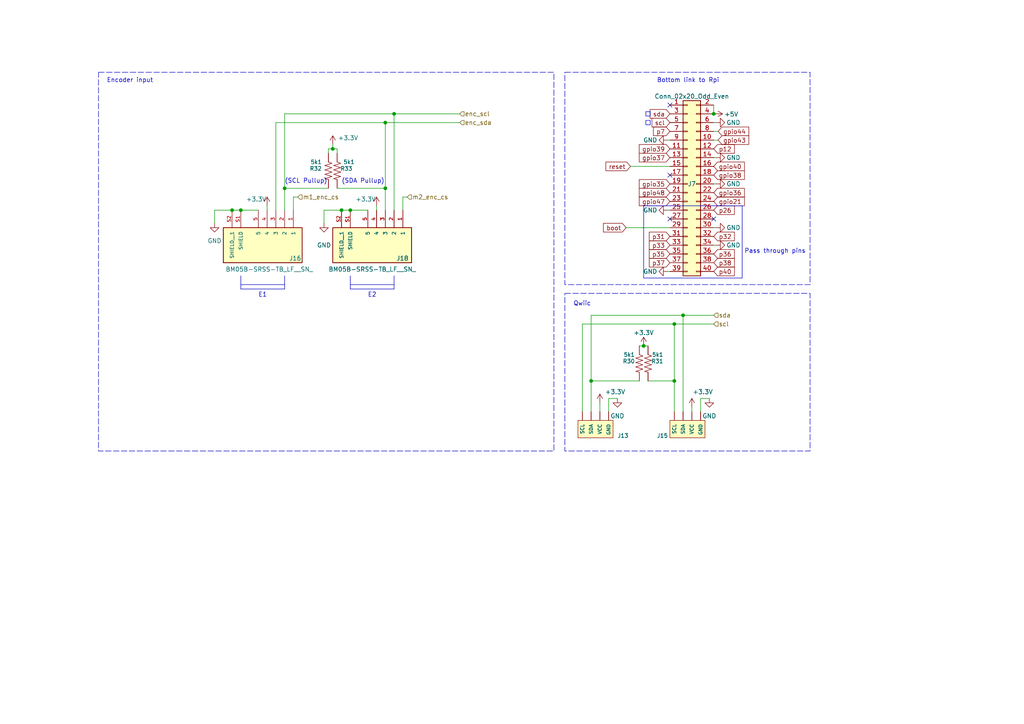
<source format=kicad_sch>
(kicad_sch (version 20231120) (generator "eeschema") (generator_version "8.0")
  (paper "A4")
  (lib_symbols
    (symbol "BM05B-SRSS-TB_LF__SN_:BM05B-SRSS-TB_LF__SN_" (pin_names (offset 1.016))
      (property "Reference" "J" (at -5.08 10.922 0))
      (property "Value" "BM05B-SRSS-TB_LF__SN_" (at -5.08 -15.24 0))
      (symbol "BM05B-SRSS-TB_LF__SN__0_0"
        (rectangle (start -5.08 -12.7) (end 5.08 10.16) (stroke (width 0.254)) (fill (type background)))
        (pin passive line (at -10.16 7.62 0) (length 5.08) (name "1") (number "1"))
        (pin passive line (at -10.16 5.08 0) (length 5.08) (name "2") (number "2"))
        (pin passive line (at -10.16 2.54 0) (length 5.08) (name "3") (number "3"))
        (pin passive line (at -10.16 0 0) (length 5.08) (name "4") (number "4"))
        (pin passive line (at -10.16 -2.54 0) (length 5.08) (name "5") (number "5"))
        (pin passive line (at -10.16 -7.62 0) (length 5.08) (name "SHIELD") (number "S1"))
        (pin passive line (at -10.16 -10.16 0) (length 5.08) (name "SHIELD__1") (number "S2"))
      )
    )
    (symbol "Connector_Generic:Conn_02x20_Odd_Even" (pin_names (offset 1.016) hide)
      (property "Reference" "J" (at 1.27 25.4 0))
      (property "Value" "Conn_02x20_Odd_Even" (at 1.27 -27.94 0))
      (symbol "Conn_02x20_Odd_Even_1_1"
        (rectangle (start -1.27 -25.273) (end 0 -25.527) (stroke (width 0.1524)))
        (rectangle (start -1.27 -22.733) (end 0 -22.987) (stroke (width 0.1524)))
        (rectangle (start -1.27 -20.193) (end 0 -20.447) (stroke (width 0.1524)))
        (rectangle (start -1.27 -17.653) (end 0 -17.907) (stroke (width 0.1524)))
        (rectangle (start -1.27 -15.113) (end 0 -15.367) (stroke (width 0.1524)))
        (rectangle (start -1.27 -12.573) (end 0 -12.827) (stroke (width 0.1524)))
        (rectangle (start -1.27 -10.033) (end 0 -10.287) (stroke (width 0.1524)))
        (rectangle (start -1.27 -7.493) (end 0 -7.747) (stroke (width 0.1524)))
        (rectangle (start -1.27 -4.953) (end 0 -5.207) (stroke (width 0.1524)))
        (rectangle (start -1.27 -2.413) (end 0 -2.667) (stroke (width 0.1524)))
        (rectangle (start -1.27 0.127) (end 0 -0.127) (stroke (width 0.1524)))
        (rectangle (start -1.27 2.667) (end 0 2.413) (stroke (width 0.1524)))
        (rectangle (start -1.27 5.207) (end 0 4.953) (stroke (width 0.1524)))
        (rectangle (start -1.27 7.747) (end 0 7.493) (stroke (width 0.1524)))
        (rectangle (start -1.27 10.287) (end 0 10.033) (stroke (width 0.1524)))
        (rectangle (start -1.27 12.827) (end 0 12.573) (stroke (width 0.1524)))
        (rectangle (start -1.27 15.367) (end 0 15.113) (stroke (width 0.1524)))
        (rectangle (start -1.27 17.907) (end 0 17.653) (stroke (width 0.1524)))
        (rectangle (start -1.27 20.447) (end 0 20.193) (stroke (width 0.1524)))
        (rectangle (start -1.27 22.987) (end 0 22.733) (stroke (width 0.1524)))
        (rectangle (start -1.27 24.13) (end 3.81 -26.67) (stroke (width 0.254)) (fill (type background)))
        (rectangle (start 3.81 -25.273) (end 2.54 -25.527) (stroke (width 0.1524)))
        (rectangle (start 3.81 -22.733) (end 2.54 -22.987) (stroke (width 0.1524)))
        (rectangle (start 3.81 -20.193) (end 2.54 -20.447) (stroke (width 0.1524)))
        (rectangle (start 3.81 -17.653) (end 2.54 -17.907) (stroke (width 0.1524)))
        (rectangle (start 3.81 -15.113) (end 2.54 -15.367) (stroke (width 0.1524)))
        (rectangle (start 3.81 -12.573) (end 2.54 -12.827) (stroke (width 0.1524)))
        (rectangle (start 3.81 -10.033) (end 2.54 -10.287) (stroke (width 0.1524)))
        (rectangle (start 3.81 -7.493) (end 2.54 -7.747) (stroke (width 0.1524)))
        (rectangle (start 3.81 -4.953) (end 2.54 -5.207) (stroke (width 0.1524)))
        (rectangle (start 3.81 -2.413) (end 2.54 -2.667) (stroke (width 0.1524)))
        (rectangle (start 3.81 0.127) (end 2.54 -0.127) (stroke (width 0.1524)))
        (rectangle (start 3.81 2.667) (end 2.54 2.413) (stroke (width 0.1524)))
        (rectangle (start 3.81 5.207) (end 2.54 4.953) (stroke (width 0.1524)))
        (rectangle (start 3.81 7.747) (end 2.54 7.493) (stroke (width 0.1524)))
        (rectangle (start 3.81 10.287) (end 2.54 10.033) (stroke (width 0.1524)))
        (rectangle (start 3.81 12.827) (end 2.54 12.573) (stroke (width 0.1524)))
        (rectangle (start 3.81 15.367) (end 2.54 15.113) (stroke (width 0.1524)))
        (rectangle (start 3.81 17.907) (end 2.54 17.653) (stroke (width 0.1524)))
        (rectangle (start 3.81 20.447) (end 2.54 20.193) (stroke (width 0.1524)))
        (rectangle (start 3.81 22.987) (end 2.54 22.733) (stroke (width 0.1524)))
        (pin passive line (at -5.08 22.86 0) (length 3.81) (name "Pin_1") (number "1"))
        (pin passive line (at 7.62 12.7 180) (length 3.81) (name "Pin_10") (number "10"))
        (pin passive line (at -5.08 10.16 0) (length 3.81) (name "Pin_11") (number "11"))
        (pin passive line (at 7.62 10.16 180) (length 3.81) (name "Pin_12") (number "12"))
        (pin passive line (at -5.08 7.62 0) (length 3.81) (name "Pin_13") (number "13"))
        (pin passive line (at 7.62 7.62 180) (length 3.81) (name "Pin_14") (number "14"))
        (pin passive line (at -5.08 5.08 0) (length 3.81) (name "Pin_15") (number "15"))
        (pin passive line (at 7.62 5.08 180) (length 3.81) (name "Pin_16") (number "16"))
        (pin passive line (at -5.08 2.54 0) (length 3.81) (name "Pin_17") (number "17"))
        (pin passive line (at 7.62 2.54 180) (length 3.81) (name "Pin_18") (number "18"))
        (pin passive line (at -5.08 0 0) (length 3.81) (name "Pin_19") (number "19"))
        (pin passive line (at 7.62 22.86 180) (length 3.81) (name "Pin_2") (number "2"))
        (pin passive line (at 7.62 0 180) (length 3.81) (name "Pin_20") (number "20"))
        (pin passive line (at -5.08 -2.54 0) (length 3.81) (name "Pin_21") (number "21"))
        (pin passive line (at 7.62 -2.54 180) (length 3.81) (name "Pin_22") (number "22"))
        (pin passive line (at -5.08 -5.08 0) (length 3.81) (name "Pin_23") (number "23"))
        (pin passive line (at 7.62 -5.08 180) (length 3.81) (name "Pin_24") (number "24"))
        (pin passive line (at -5.08 -7.62 0) (length 3.81) (name "Pin_25") (number "25"))
        (pin passive line (at 7.62 -7.62 180) (length 3.81) (name "Pin_26") (number "26"))
        (pin passive line (at -5.08 -10.16 0) (length 3.81) (name "Pin_27") (number "27"))
        (pin passive line (at 7.62 -10.16 180) (length 3.81) (name "Pin_28") (number "28"))
        (pin passive line (at -5.08 -12.7 0) (length 3.81) (name "Pin_29") (number "29"))
        (pin passive line (at -5.08 20.32 0) (length 3.81) (name "Pin_3") (number "3"))
        (pin passive line (at 7.62 -12.7 180) (length 3.81) (name "Pin_30") (number "30"))
        (pin passive line (at -5.08 -15.24 0) (length 3.81) (name "Pin_31") (number "31"))
        (pin passive line (at 7.62 -15.24 180) (length 3.81) (name "Pin_32") (number "32"))
        (pin passive line (at -5.08 -17.78 0) (length 3.81) (name "Pin_33") (number "33"))
        (pin passive line (at 7.62 -17.78 180) (length 3.81) (name "Pin_34") (number "34"))
        (pin passive line (at -5.08 -20.32 0) (length 3.81) (name "Pin_35") (number "35"))
        (pin passive line (at 7.62 -20.32 180) (length 3.81) (name "Pin_36") (number "36"))
        (pin passive line (at -5.08 -22.86 0) (length 3.81) (name "Pin_37") (number "37"))
        (pin passive line (at 7.62 -22.86 180) (length 3.81) (name "Pin_38") (number "38"))
        (pin passive line (at -5.08 -25.4 0) (length 3.81) (name "Pin_39") (number "39"))
        (pin passive line (at 7.62 20.32 180) (length 3.81) (name "Pin_4") (number "4"))
        (pin passive line (at 7.62 -25.4 180) (length 3.81) (name "Pin_40") (number "40"))
        (pin passive line (at -5.08 17.78 0) (length 3.81) (name "Pin_5") (number "5"))
        (pin passive line (at 7.62 17.78 180) (length 3.81) (name "Pin_6") (number "6"))
        (pin passive line (at -5.08 15.24 0) (length 3.81) (name "Pin_7") (number "7"))
        (pin passive line (at 7.62 15.24 180) (length 3.81) (name "Pin_8") (number "8"))
        (pin passive line (at -5.08 12.7 0) (length 3.81) (name "Pin_9") (number "9"))
      )
    )
    (symbol "power:+3.3V" (power) (pin_names (offset 0))
      (property "Value" "+3.3V" (at 0 3.556 0))
      (symbol "+3.3V_0_1"
        (polyline (pts (xy -0.762 1.27) (xy 0 2.54)))
        (polyline (pts (xy 0 0) (xy 0 2.54)))
        (polyline (pts (xy 0 2.54) (xy 0.762 1.27)))
      )
      (symbol "+3.3V_1_1"
        (pin power_in line (at 0 0 90) (length 0) hide (name "+3.3V") (number "1"))
      )
    )
    (symbol "power:+5V" (power) (pin_names (offset 0))
      (property "Value" "+5V" (at 0 3.556 0))
      (symbol "+5V_0_1"
        (polyline (pts (xy -0.762 1.27) (xy 0 2.54)))
        (polyline (pts (xy 0 0) (xy 0 2.54)))
        (polyline (pts (xy 0 2.54) (xy 0.762 1.27)))
      )
      (symbol "+5V_1_1"
        (pin power_in line (at 0 0 90) (length 0) hide (name "+5V") (number "1"))
      )
    )
    (symbol "power:GND" (power) (pin_names (offset 0))
      (property "Value" "GND" (at 0 -3.81 0))
      (symbol "GND_0_1"
        (polyline (pts (xy 0 0) (xy 0 -1.27) (xy 1.27 -1.27) (xy 0 -2.54) (xy -1.27 -1.27) (xy 0 -1.27)))
      )
      (symbol "GND_1_1"
        (pin power_in line (at 0 0 270) (length 0) hide (name "GND") (number "1"))
      )
    )
    (symbol "sparkfun_connectors:I2C_STANDARDQWIIC" (pin_numbers hide) (pin_names (offset 1.016))
      (property "Reference" "J" (at -5.08 10.16 0))
      (property "Value" "I2C_STANDARDQWIIC" (at -5.08 -3.81 0))
      (property "Field4" "CONN-13729" (at 0 13.97 0))
      (symbol "I2C_STANDARDQWIIC_1_0"
        (rectangle (start 0 -1.27) (end -5.08 8.89) (fill (type background)))
      )
      (symbol "I2C_STANDARDQWIIC_1_1"
        (pin power_in line (at 2.54 0 180) (length 2.54) (name "GND") (number "1"))
        (pin power_in line (at 2.54 2.54 180) (length 2.54) (name "VCC") (number "2"))
        (pin passive line (at 2.54 5.08 180) (length 2.54) (name "SDA") (number "3"))
        (pin passive line (at 2.54 7.62 180) (length 2.54) (name "SCL") (number "4"))
      )
    )
    (symbol "sparkfun_resistors:RESISTOR0603" (pin_numbers hide) (pin_names (offset 1.016) hide)
      (property "Reference" "R" (at -5.08 1.27 0))
      (property "Value" "RESISTOR0603" (at -5.08 -3.81 0))
      (property "Field4" " " (at 0 5.08 0))
      (symbol "RESISTOR0603_1_0"
        (polyline (pts (xy -2.54 0) (xy -2.159 1.016)))
        (polyline (pts (xy -2.159 1.016) (xy -1.524 -1.016)))
        (polyline (pts (xy -1.524 -1.016) (xy -0.889 1.016)))
        (polyline (pts (xy -0.889 1.016) (xy -0.254 -1.016)))
        (polyline (pts (xy -0.254 -1.016) (xy 0.381 1.016)))
        (polyline (pts (xy 0.381 1.016) (xy 1.016 -1.016)))
        (polyline (pts (xy 1.016 -1.016) (xy 1.651 1.016)))
        (polyline (pts (xy 1.651 1.016) (xy 2.286 -1.016)))
        (polyline (pts (xy 2.286 -1.016) (xy 2.54 0)))
      )
      (symbol "RESISTOR0603_1_1"
        (pin passive line (at -5.08 0 0) (length 2.54) (name "1") (number "1"))
        (pin passive line (at 5.08 0 180) (length 2.54) (name "2") (number "2"))
      )
    )
  )
  (junction (at 195.58 93.98))
  (junction (at 101.6 60.96))
  (junction (at 82.55 54.61))
  (junction (at 111.76 54.61))
  (junction (at 195.58 110.49))
  (junction (at 186.69 100.33))
  (junction (at 111.76 35.56))
  (junction (at 67.31 60.96))
  (junction (at 198.12 91.44))
  (junction (at 99.06 60.96))
  (junction (at 114.3 33.02))
  (junction (at 171.45 110.49))
  (junction (at 96.52 43.18))
  (junction (at 69.85 60.96))
  (junction (at 207.01 33.02))
  (no_connect (at 194.31 50.8))
  (no_connect (at 207.01 63.5))
  (no_connect (at 194.31 30.48))
  (no_connect (at 194.31 63.5))
  (wire (pts (xy 62.23 60.96) (xy 62.23 64.77)))
  (polyline (pts (xy 69.85 83.82) (xy 82.55 83.82)))
  (wire (pts (xy 114.3 33.02) (xy 114.3 60.96)))
  (wire (pts (xy 111.76 35.56) (xy 133.35 35.56)))
  (wire (pts (xy 195.58 93.98) (xy 207.01 93.98)))
  (wire (pts (xy 80.01 35.56) (xy 80.01 60.96)))
  (polyline (pts (xy 101.6 80.01) (xy 101.6 83.82)))
  (wire (pts (xy 74.93 60.96) (xy 69.85 60.96)))
  (wire (pts (xy 207.01 30.48) (xy 207.01 33.02)))
  (wire (pts (xy 85.09 57.15) (xy 85.09 60.96)))
  (wire (pts (xy 111.76 54.61) (xy 111.76 60.96)))
  (wire (pts (xy 97.79 43.18) (xy 97.79 44.45)))
  (polyline (pts (xy 101.6 82.55) (xy 114.3 82.55)))
  (wire (pts (xy 96.52 43.18) (xy 97.79 43.18)))
  (wire (pts (xy 207.01 66.04) (xy 207.645 66.04)))
  (wire (pts (xy 198.12 91.44) (xy 207.01 91.44)))
  (wire (pts (xy 207.645 35.56) (xy 207.01 35.56)))
  (wire (pts (xy 207.645 53.34) (xy 207.01 53.34)))
  (wire (pts (xy 101.6 60.96) (xy 106.68 60.96)))
  (wire (pts (xy 207.01 71.12) (xy 207.645 71.12)))
  (polyline (pts (xy 101.6 83.82) (xy 114.3 83.82)))
  (wire (pts (xy 93.98 60.96) (xy 93.98 64.77)))
  (wire (pts (xy 168.91 93.98) (xy 168.91 119.38)))
  (wire (pts (xy 82.55 33.02) (xy 114.3 33.02)))
  (wire (pts (xy 200.66 118.11) (xy 200.66 119.38)))
  (wire (pts (xy 93.98 60.96) (xy 99.06 60.96)))
  (wire (pts (xy 207.01 45.72) (xy 207.645 45.72)))
  (wire (pts (xy 203.2 119.38) (xy 203.2 115.57)))
  (wire (pts (xy 168.91 93.98) (xy 195.58 93.98)))
  (wire (pts (xy 173.99 116.84) (xy 173.99 119.38)))
  (wire (pts (xy 179.07 115.57) (xy 176.53 115.57)))
  (wire (pts (xy 208.28 38.1) (xy 207.01 38.1)))
  (wire (pts (xy 193.675 40.64) (xy 194.31 40.64)))
  (wire (pts (xy 194.31 60.96) (xy 193.675 60.96)))
  (wire (pts (xy 69.85 60.96) (xy 67.31 60.96)))
  (wire (pts (xy 95.25 43.18) (xy 95.25 44.45)))
  (wire (pts (xy 203.2 115.57) (xy 205.74 115.57)))
  (wire (pts (xy 99.06 60.96) (xy 101.6 60.96)))
  (wire (pts (xy 208.28 40.64) (xy 207.01 40.64)))
  (wire (pts (xy 185.42 100.33) (xy 186.69 100.33)))
  (wire (pts (xy 171.45 91.44) (xy 198.12 91.44)))
  (wire (pts (xy 111.76 35.56) (xy 111.76 54.61)))
  (wire (pts (xy 118.11 57.15) (xy 116.84 57.15)))
  (wire (pts (xy 80.01 35.56) (xy 111.76 35.56)))
  (wire (pts (xy 77.47 59.69) (xy 77.47 60.96)))
  (wire (pts (xy 95.25 43.18) (xy 96.52 43.18)))
  (wire (pts (xy 109.22 59.69) (xy 109.22 60.96)))
  (wire (pts (xy 82.55 54.61) (xy 82.55 60.96)))
  (polyline (pts (xy 69.85 82.55) (xy 82.55 82.55)))
  (wire (pts (xy 114.3 33.02) (xy 133.35 33.02)))
  (wire (pts (xy 186.69 100.33) (xy 187.96 100.33)))
  (wire (pts (xy 194.31 78.74) (xy 193.675 78.74)))
  (polyline (pts (xy 69.85 80.01) (xy 69.85 83.82)))
  (polyline (pts (xy 82.55 80.01) (xy 82.55 83.82)))
  (wire (pts (xy 171.45 110.49) (xy 171.45 91.44)))
  (wire (pts (xy 116.84 57.15) (xy 116.84 60.96)))
  (wire (pts (xy 176.53 115.57) (xy 176.53 119.38)))
  (wire (pts (xy 85.09 57.15) (xy 86.36 57.15)))
  (wire (pts (xy 67.31 60.96) (xy 62.23 60.96)))
  (wire (pts (xy 95.25 54.61) (xy 82.55 54.61)))
  (wire (pts (xy 97.79 54.61) (xy 111.76 54.61)))
  (wire (pts (xy 195.58 110.49) (xy 195.58 119.38)))
  (wire (pts (xy 82.55 33.02) (xy 82.55 54.61)))
  (wire (pts (xy 182.88 48.26) (xy 194.31 48.26)))
  (wire (pts (xy 171.45 110.49) (xy 185.42 110.49)))
  (wire (pts (xy 96.52 43.18) (xy 96.52 41.91)))
  (wire (pts (xy 187.96 110.49) (xy 195.58 110.49)))
  (wire (pts (xy 181.61 66.04) (xy 194.31 66.04)))
  (wire (pts (xy 171.45 119.38) (xy 171.45 110.49)))
  (wire (pts (xy 198.12 91.44) (xy 198.12 119.38)))
  (wire (pts (xy 195.58 93.98) (xy 195.58 110.49)))
  (polyline (pts (xy 114.3 80.01) (xy 114.3 83.82)))
  (rectangle (start 28.575 20.955) (end 160.655 130.81) (stroke (width 0) (type dash)))
  (rectangle (start 187.325 34.925) (end 188.595 36.195))
  (rectangle (start 163.83 20.955) (end 234.95 82.55) (stroke (width 0) (type dash)))
  (rectangle (start 187.325 32.385) (end 188.595 33.655))
  (rectangle (start 163.83 85.09) (end 234.95 130.81) (stroke (width 0) (type dash)))
  (rectangle (start 186.69 59.69) (end 215.265 80.645))
  (text "Qwiic" (at 171.45 88.9 0) (effects (font (size 1.27 1.27)) (justify right bottom)))
  (text "E1" (at 77.47 86.36 0) (effects (font (size 1.27 1.27)) (justify right bottom)))
  (text "E2" (at 109.22 86.36 0) (effects (font (size 1.27 1.27)) (justify right bottom)))
  (text "Bottom link to Rpi" (at 190.5 24.13 0) (effects (font (size 1.27 1.27)) (justify left bottom)))
  (text "Encoder input" (at 44.45 24.13 0) (effects (font (size 1.27 1.27)) (justify right bottom)))
  (text "(SCL Pullup)" (at 82.55 53.34 0) (effects (font (size 1.27 1.27)) (justify left bottom)))
  (text "Pass through pins" (at 215.9 73.66 0) (effects (font (size 1.27 1.27)) (justify left bottom)))
  (text "(SDA Pullup)" (at 99.06 53.34 0) (effects (font (size 1.27 1.27)) (justify left bottom)))
  (global_label "p31" (shape input) (at 194.31 68.58 180) (property "Intersheetrefs" "${INTERSHEET_REFS}" (effects (hide yes))))
  (global_label "gpio35" (shape input) (at 194.31 53.34 180) (property "Intersheetrefs" "${INTERSHEET_REFS}" (effects (hide yes))))
  (global_label "gpio36" (shape input) (at 207.01 55.88 0) (property "Intersheetrefs" "${INTERSHEET_REFS}" (effects (hide yes))))
  (global_label "gpio39" (shape input) (at 194.31 43.18 180) (property "Intersheetrefs" "${INTERSHEET_REFS}" (effects (hide yes))))
  (global_label "gpio44" (shape input) (at 208.28 38.1 0) (property "Intersheetrefs" "${INTERSHEET_REFS}" (effects (hide yes))))
  (global_label "gpio47" (shape input) (at 194.31 58.42 180) (property "Intersheetrefs" "${INTERSHEET_REFS}" (effects (hide yes))))
  (global_label "p33" (shape input) (at 194.31 71.12 180) (property "Intersheetrefs" "${INTERSHEET_REFS}" (effects (hide yes))))
  (global_label "p32" (shape input) (at 207.01 68.58 0) (property "Intersheetrefs" "${INTERSHEET_REFS}" (effects (hide yes))))
  (global_label "gpio37" (shape input) (at 194.31 45.72 180) (property "Intersheetrefs" "${INTERSHEET_REFS}" (effects (hide yes))))
  (global_label "gpio48" (shape input) (at 194.31 55.88 180) (property "Intersheetrefs" "${INTERSHEET_REFS}" (effects (hide yes))))
  (global_label "p35" (shape input) (at 194.31 73.66 180) (property "Intersheetrefs" "${INTERSHEET_REFS}" (effects (hide yes))))
  (global_label "p36" (shape input) (at 207.01 73.66 0) (property "Intersheetrefs" "${INTERSHEET_REFS}" (effects (hide yes))))
  (global_label "gpio40" (shape input) (at 207.01 48.26 0) (property "Intersheetrefs" "${INTERSHEET_REFS}" (effects (hide yes))))
  (global_label "p26" (shape input) (at 207.01 60.96 0) (property "Intersheetrefs" "${INTERSHEET_REFS}" (effects (hide yes))))
  (global_label "p7" (shape input) (at 194.31 38.1 180) (property "Intersheetrefs" "${INTERSHEET_REFS}" (effects (hide yes))))
  (global_label "scl" (shape input) (at 194.31 35.56 180) (property "Intersheetrefs" "${INTERSHEET_REFS}" (effects (hide yes))))
  (global_label "p12" (shape input) (at 207.01 43.18 0) (property "Intersheetrefs" "${INTERSHEET_REFS}" (effects (hide yes))))
  (global_label "reset" (shape input) (at 182.88 48.26 180) (property "Intersheetrefs" "${INTERSHEET_REFS}" (effects (hide yes))))
  (global_label "boot" (shape input) (at 181.61 66.04 180) (property "Intersheetrefs" "${INTERSHEET_REFS}" (effects (hide yes))))
  (global_label "gpio21" (shape input) (at 207.01 58.42 0) (property "Intersheetrefs" "${INTERSHEET_REFS}" (effects (hide yes))))
  (global_label "p37" (shape input) (at 194.31 76.2 180) (property "Intersheetrefs" "${INTERSHEET_REFS}" (effects (hide yes))))
  (global_label "sda" (shape input) (at 194.31 33.02 180) (property "Intersheetrefs" "${INTERSHEET_REFS}" (effects (hide yes))))
  (global_label "p40" (shape input) (at 207.01 78.74 0) (property "Intersheetrefs" "${INTERSHEET_REFS}" (effects (hide yes))))
  (global_label "p38" (shape input) (at 207.01 76.2 0) (property "Intersheetrefs" "${INTERSHEET_REFS}" (effects (hide yes))))
  (global_label "gpio43" (shape input) (at 208.28 40.64 0) (property "Intersheetrefs" "${INTERSHEET_REFS}" (effects (hide yes))))
  (global_label "gpio38" (shape input) (at 207.01 50.8 0) (property "Intersheetrefs" "${INTERSHEET_REFS}" (effects (hide yes))))
  (hierarchical_label "scl" (shape input) (at 207.01 93.98 0))
  (hierarchical_label "m2_enc_cs" (shape input) (at 118.11 57.15 0))
  (hierarchical_label "m1_enc_cs" (shape input) (at 86.36 57.15 0))
  (hierarchical_label "enc_sda" (shape input) (at 133.35 35.56 0))
  (hierarchical_label "enc_scl" (shape input) (at 133.35 33.02 0))
  (hierarchical_label "sda" (shape input) (at 207.01 91.44 0))
  (symbol (lib_id "power:+3.3V") (at 173.99 116.84 0) (unit 1)
    (property "Reference" "#PWR078" (effects (hide yes)))
    (property "Value" "+3.3V" (at 178.435 113.665 0))
  )
  (symbol (lib_id "Connector_Generic:Conn_02x20_Odd_Even") (at 199.39 53.34 0) (unit 1)
    (property "Reference" "J7" (at 200.66 53.34 0))
    (property "Value" "Conn_02x20_Odd_Even" (at 200.66 27.94 0))
    (property "Footprint" "Connector_PinSocket_2.54mm:PinSocket_2x20_P2.54mm_Vertical_SMD" (effects (hide yes)))
    (property "Datasheet" "https://www.lcsc.com/product-detail/Female-Headers_HCTL-PM254-2-20-S-8-5_C3975165.html" (effects (hide yes)))
    (property "LCSC_Part_Number" "C3975165" (effects (hide yes)))
  )
  (symbol (lib_id "BM05B-SRSS-TB_LF__SN_:BM05B-SRSS-TB_LF__SN_") (at 109.22 71.12 270) (unit 1)
    (property "Reference" "J18" (at 114.935 74.93 90) (effects (justify left)))
    (property "Value" "BM05B-SRSS-TB_LF__SN_" (at 95.25 78.105 90) (effects (justify left)))
    (property "Footprint" "Connector_JST:JST_SH_BM05B-SRSS-TB_1x05-1MP_P1.00mm_Vertical" (effects (hide yes)))
    (property "Datasheet" "https://www.lcsc.com/product-detail/Wire-To-Board-Connector_JST-BM05B-SRSS-TBT-LF-SN_C265092.html" (effects (hide yes)))
    (property "PARTREV" "N/A" (effects (hide yes)))
    (property "SNAPEDA_PN" "BM05B-SRSS-TB(LF)(SN)" (effects (hide yes)))
    (property "STANDARD" "Manufacturer Recommendations" (effects (hide yes)))
    (property "MAXIMUM_PACKAGE_HEIGHT" "6.3 mm" (effects (hide yes)))
    (property "MANUFACTURER" "JST Sales America Inc." (effects (hide yes)))
    (property "LCSC_Part_Number" "C265092" (effects (hide yes)))
  )
  (symbol (lib_id "power:GND") (at 193.675 60.96 270) (mirror x) (unit 1)
    (property "Reference" "#PWR068" (effects (hide yes)))
    (property "Value" "GND" (at 188.595 60.96 90))
  )
  (symbol (lib_id "power:+3.3V") (at 186.69 100.33 0) (unit 1)
    (property "Reference" "#PWR081" (effects (hide yes)))
    (property "Value" "+3.3V" (at 186.69 96.52 0))
  )
  (symbol (lib_id "BM05B-SRSS-TB_LF__SN_:BM05B-SRSS-TB_LF__SN_") (at 77.47 71.12 270) (unit 1)
    (property "Reference" "J16" (at 83.82 74.93 90) (effects (justify left)))
    (property "Value" "BM05B-SRSS-TB_LF__SN_" (at 65.405 78.105 90) (effects (justify left)))
    (property "Footprint" "Connector_JST:JST_SH_BM05B-SRSS-TB_1x05-1MP_P1.00mm_Vertical" (effects (hide yes)))
    (property "Datasheet" "https://www.lcsc.com/product-detail/Wire-To-Board-Connector_JST-BM05B-SRSS-TBT-LF-SN_C265092.html" (effects (hide yes)))
    (property "PARTREV" "N/A" (effects (hide yes)))
    (property "SNAPEDA_PN" "BM05B-SRSS-TB(LF)(SN)" (effects (hide yes)))
    (property "STANDARD" "Manufacturer Recommendations" (effects (hide yes)))
    (property "MAXIMUM_PACKAGE_HEIGHT" "6.3 mm" (effects (hide yes)))
    (property "MANUFACTURER" "JST Sales America Inc." (effects (hide yes)))
    (property "LCSC_Part_Number" "C265092" (effects (hide yes)))
  )
  (symbol (lib_id "power:+5V") (at 207.01 33.02 270) (unit 1)
    (property "Reference" "#PWR070" (effects (hide yes)))
    (property "Value" "+5V" (at 210.0661 33.1373 90) (effects (justify left)))
  )
  (symbol (lib_id "power:+3.3V") (at 109.22 59.69 0) (unit 1)
    (property "Reference" "#PWR091" (effects (hide yes)))
    (property "Value" "+3.3V" (at 106.045 57.785 0))
  )
  (symbol (lib_id "power:GND") (at 207.645 71.12 90) (unit 1)
    (property "Reference" "#PWR090" (effects (hide yes)))
    (property "Value" "GND" (at 212.725 71.12 90))
  )
  (symbol (lib_id "power:GND") (at 207.645 35.56 90) (unit 1)
    (property "Reference" "#PWR074" (effects (hide yes)))
    (property "Value" "GND" (at 212.725 35.56 90))
  )
  (symbol (lib_id "power:GND") (at 207.645 45.72 90) (unit 1)
    (property "Reference" "#PWR076" (effects (hide yes)))
    (property "Value" "GND" (at 212.725 45.72 90))
  )
  (symbol (lib_id "sparkfun_resistors:RESISTOR0603") (at 95.25 49.53 270) (unit 1)
    (property "Reference" "R32" (at 93.345 48.895 90) (effects (font (size 1.143 1.143)) (justify right)))
    (property "Value" "5k1" (at 93.345 46.99 90) (effects (font (size 1.143 1.143)) (justify right)))
    (property "Footprint" "Resistor_SMD:R_0402_1005Metric" (effects (hide yes)))
    (property "Datasheet" "https://www.lcsc.com/product-detail/Chip-Resistor-Surface-Mount_Viking-Tech-CR-02FL6-5K1_C409700.html" (effects (hide yes)))
    (property "Field4" " " (at 95.885 50.165 90) (effects (font (size 1.524 1.524)) (justify right)))
    (property "LCSC_Part_Number" "C25905" (effects (hide yes)))
  )
  (symbol (lib_id "power:GND") (at 93.98 64.77 0) (unit 1)
    (property "Reference" "#PWR088" (effects (hide yes)))
    (property "Value" "GND" (at 93.98 71.12 0))
  )
  (symbol (lib_id "sparkfun_connectors:I2C_STANDARDQWIIC") (at 176.53 121.92 90) (unit 1)
    (property "Reference" "J13" (at 179.07 126.365 90) (effects (font (size 1.143 1.143)) (justify right)))
    (property "Value" "I2C_STANDARDQWIIC" (effects (hide yes)))
    (property "Footprint" "Connector_JST:JST_SH_BM04B-SRSS-TB_1x04-1MP_P1.00mm_Vertical" (effects (hide yes)))
    (property "Datasheet" "https://www.lcsc.com/product-detail/Wire-To-Board-Connector_JST-SM04B-SRSS-TB-LF-SN_C160404.html" (effects (hide yes)))
    (property "Field4" "CONN-13729" (effects (hide yes)))
    (property "LCSC_Part_Number" "C160404" (effects (hide yes)))
  )
  (symbol (lib_id "power:GND") (at 193.675 40.64 270) (unit 1)
    (property "Reference" "#PWR066" (effects (hide yes)))
    (property "Value" "GND" (at 188.595 40.64 90))
  )
  (symbol (lib_id "sparkfun_resistors:RESISTOR0603") (at 187.96 105.41 270) (unit 1)
    (property "Reference" "R31" (at 192.405 104.775 90) (effects (font (size 1.143 1.143)) (justify right)))
    (property "Value" "5k1" (at 192.405 102.87 90) (effects (font (size 1.143 1.143)) (justify right)))
    (property "Footprint" "Resistor_SMD:R_0402_1005Metric" (effects (hide yes)))
    (property "Datasheet" "https://www.lcsc.com/product-detail/Chip-Resistor-Surface-Mount_Viking-Tech-CR-02FL6-5K1_C409700.html" (effects (hide yes)))
    (property "Field4" " " (at 185.42 102.235 90) (effects (font (size 1.524 1.524)) (justify right)))
    (property "LCSC_Part_Number" "C25905" (effects (hide yes)))
  )
  (symbol (lib_id "power:+3.3V") (at 77.47 59.69 0) (unit 1)
    (property "Reference" "#PWR085" (effects (hide yes)))
    (property "Value" "+3.3V" (at 74.295 57.785 0))
  )
  (symbol (lib_id "power:GND") (at 179.07 115.57 0) (unit 1)
    (property "Reference" "#PWR079" (effects (hide yes)))
    (property "Value" "GND" (at 179.07 120.65 0))
  )
  (symbol (lib_id "sparkfun_connectors:I2C_STANDARDQWIIC") (at 203.2 121.92 90) (unit 1)
    (property "Reference" "J15" (at 190.5 126.365 90) (effects (font (size 1.143 1.143)) (justify right)))
    (property "Value" "I2C_STANDARDQWIIC" (effects (hide yes)))
    (property "Footprint" "Connector_JST:JST_SH_BM04B-SRSS-TB_1x04-1MP_P1.00mm_Vertical" (effects (hide yes)))
    (property "Datasheet" "https://www.lcsc.com/product-detail/Wire-To-Board-Connector_JST-SM04B-SRSS-TB-LF-SN_C160404.html" (effects (hide yes)))
    (property "Field4" "CONN-13729" (effects (hide yes)))
    (property "LCSC_Part_Number" "C160404" (effects (hide yes)))
  )
  (symbol (lib_id "power:GND") (at 193.675 78.74 270) (mirror x) (unit 1)
    (property "Reference" "#PWR069" (effects (hide yes)))
    (property "Value" "GND" (at 188.595 78.74 90))
  )
  (symbol (lib_id "power:GND") (at 205.74 115.57 0) (unit 1)
    (property "Reference" "#PWR084" (effects (hide yes)))
    (property "Value" "GND" (at 205.74 120.65 0))
  )
  (symbol (lib_id "sparkfun_resistors:RESISTOR0603") (at 185.42 105.41 270) (unit 1)
    (property "Reference" "R30" (at 184.15 104.775 90) (effects (font (size 1.143 1.143)) (justify right)))
    (property "Value" "5k1" (at 184.15 102.87 90) (effects (font (size 1.143 1.143)) (justify right)))
    (property "Footprint" "Resistor_SMD:R_0402_1005Metric" (effects (hide yes)))
    (property "Datasheet" "https://www.lcsc.com/product-detail/Chip-Resistor-Surface-Mount_Viking-Tech-CR-02FL6-5K1_C409700.html" (effects (hide yes)))
    (property "Field4" " " (at 182.88 102.235 90) (effects (font (size 1.524 1.524)) (justify right)))
    (property "LCSC_Part_Number" "C25905" (effects (hide yes)))
  )
  (symbol (lib_id "power:GND") (at 62.23 64.77 0) (unit 1)
    (property "Reference" "#PWR082" (effects (hide yes)))
    (property "Value" "GND" (at 62.23 69.85 0))
  )
  (symbol (lib_id "power:+3.3V") (at 96.52 41.91 0) (unit 1)
    (property "Reference" "#PWR089" (effects (hide yes)))
    (property "Value" "+3.3V" (at 100.965 40.005 0))
  )
  (symbol (lib_id "power:+3.3V") (at 200.66 118.11 0) (unit 1)
    (property "Reference" "#PWR083" (effects (hide yes)))
    (property "Value" "+3.3V" (at 203.835 113.665 0))
  )
  (symbol (lib_id "power:GND") (at 207.645 53.34 90) (unit 1)
    (property "Reference" "#PWR086" (effects (hide yes)))
    (property "Value" "GND" (at 212.725 53.34 90))
  )
  (symbol (lib_id "power:GND") (at 207.645 66.04 90) (unit 1)
    (property "Reference" "#PWR087" (effects (hide yes)))
    (property "Value" "GND" (at 212.725 66.04 90))
  )
  (symbol (lib_id "sparkfun_resistors:RESISTOR0603") (at 97.79 49.53 270) (unit 1)
    (property "Reference" "R33" (at 102.235 48.895 90) (effects (font (size 1.143 1.143)) (justify right)))
    (property "Value" "5k1" (at 102.87 46.99 90) (effects (font (size 1.143 1.143)) (justify right)))
    (property "Footprint" "Resistor_SMD:R_0402_1005Metric" (effects (hide yes)))
    (property "Datasheet" "https://www.lcsc.com/product-detail/Chip-Resistor-Surface-Mount_Viking-Tech-CR-02FL6-5K1_C409700.html" (effects (hide yes)))
    (property "Field4" " " (at 95.25 46.355 90) (effects (font (size 1.524 1.524)) (justify right)))
    (property "LCSC_Part_Number" "C25905" (effects (hide yes)))
  )
)
</source>
